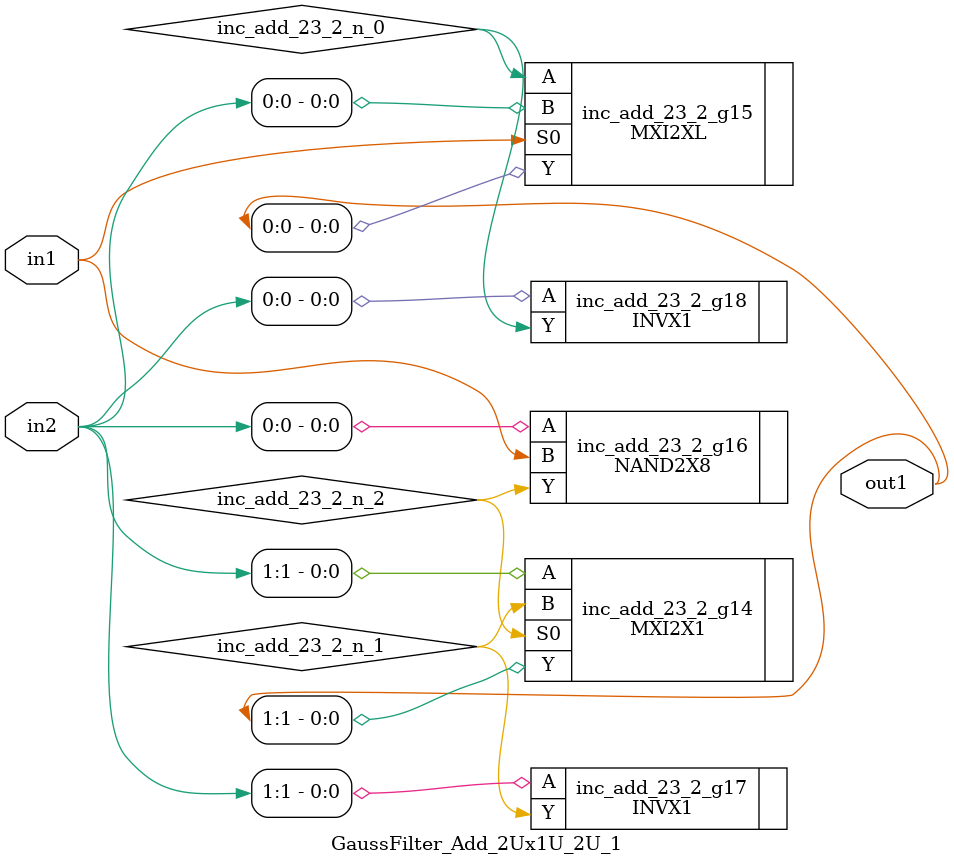
<source format=v>
`timescale 1ps / 1ps


module GaussFilter_Add_2Ux1U_2U_1(in2, in1, out1);
  input [1:0] in2;
  input in1;
  output [1:0] out1;
  wire [1:0] in2;
  wire in1;
  wire [1:0] out1;
  wire inc_add_23_2_n_0, inc_add_23_2_n_1, inc_add_23_2_n_2;
  MXI2X1 inc_add_23_2_g14(.A (in2[1]), .B (inc_add_23_2_n_1), .S0
       (inc_add_23_2_n_2), .Y (out1[1]));
  MXI2XL inc_add_23_2_g15(.A (inc_add_23_2_n_0), .B (in2[0]), .S0
       (in1), .Y (out1[0]));
  NAND2X8 inc_add_23_2_g16(.A (in2[0]), .B (in1), .Y
       (inc_add_23_2_n_2));
  INVX1 inc_add_23_2_g17(.A (in2[1]), .Y (inc_add_23_2_n_1));
  INVX1 inc_add_23_2_g18(.A (in2[0]), .Y (inc_add_23_2_n_0));
endmodule



</source>
